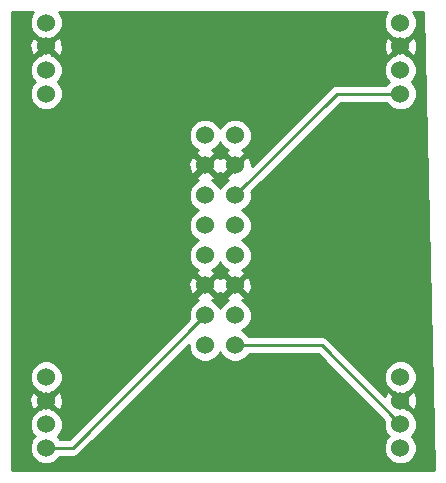
<source format=gbr>
G04 #@! TF.FileFunction,Copper,L2,Bot,Signal*
%FSLAX46Y46*%
G04 Gerber Fmt 4.6, Leading zero omitted, Abs format (unit mm)*
G04 Created by KiCad (PCBNEW 4.0.1-3.201512221402+6198~38~ubuntu15.04.1-stable) date Mon 11 Jan 2016 14:02:37 CET*
%MOMM*%
G01*
G04 APERTURE LIST*
%ADD10C,0.100000*%
%ADD11C,1.524000*%
%ADD12C,0.250000*%
%ADD13C,0.254000*%
G04 APERTURE END LIST*
D10*
D11*
X88000000Y-78000000D03*
X88000000Y-80000000D03*
X88000000Y-82000000D03*
X88000000Y-84000000D03*
X88000000Y-108000000D03*
X88000000Y-110000000D03*
X88000000Y-112000000D03*
X88000000Y-114000000D03*
X118000000Y-78000000D03*
X118000000Y-80000000D03*
X118000000Y-82000000D03*
X118000000Y-84000000D03*
X118000000Y-108000000D03*
X118000000Y-110000000D03*
X118000000Y-112000000D03*
X118000000Y-114000000D03*
X101460000Y-87540000D03*
X104000000Y-87540000D03*
X101460000Y-90080000D03*
X104000000Y-90080000D03*
X101460000Y-92620000D03*
X104000000Y-92620000D03*
X101460000Y-95160000D03*
X104000000Y-95160000D03*
X101460000Y-97700000D03*
X104000000Y-97700000D03*
X101460000Y-100240000D03*
X104000000Y-100240000D03*
X101460000Y-102780000D03*
X104000000Y-102780000D03*
X101460000Y-105320000D03*
X104000000Y-105320000D03*
D12*
X88000000Y-114000000D02*
X90240000Y-114000000D01*
X90240000Y-114000000D02*
X101460000Y-102780000D01*
X118000000Y-84000000D02*
X112620000Y-84000000D01*
X112620000Y-84000000D02*
X104000000Y-92620000D01*
X104000000Y-105320000D02*
X111320000Y-105320000D01*
X111320000Y-105320000D02*
X118000000Y-112000000D01*
D13*
G36*
X120869702Y-115873000D02*
X119409144Y-115873000D01*
X119409144Y-110207698D01*
X119409144Y-80207698D01*
X119381362Y-79652632D01*
X119222397Y-79268857D01*
X118980213Y-79199392D01*
X118179605Y-80000000D01*
X118980213Y-80800608D01*
X119222397Y-80731143D01*
X119409144Y-80207698D01*
X119409144Y-110207698D01*
X119397242Y-109969903D01*
X119397242Y-107723339D01*
X119397242Y-83723339D01*
X119185010Y-83209697D01*
X118975657Y-82999978D01*
X119183629Y-82792370D01*
X119396757Y-82279100D01*
X119397242Y-81723339D01*
X119185010Y-81209697D01*
X118792370Y-80816371D01*
X118526273Y-80705878D01*
X118000000Y-80179605D01*
X117820395Y-80359209D01*
X117820395Y-80000000D01*
X117019787Y-79199392D01*
X116777603Y-79268857D01*
X116590856Y-79792302D01*
X116618638Y-80347368D01*
X116777603Y-80731143D01*
X117019787Y-80800608D01*
X117820395Y-80000000D01*
X117820395Y-80359209D01*
X117473697Y-80705907D01*
X117209697Y-80814990D01*
X116816371Y-81207630D01*
X116603243Y-81720900D01*
X116602758Y-82276661D01*
X116814990Y-82790303D01*
X117024342Y-83000021D01*
X116816371Y-83207630D01*
X116802929Y-83240000D01*
X112620000Y-83240000D01*
X112329161Y-83297852D01*
X112082599Y-83462599D01*
X105401915Y-90143282D01*
X105397242Y-90049915D01*
X105397242Y-87263339D01*
X105185010Y-86749697D01*
X104792370Y-86356371D01*
X104279100Y-86143243D01*
X103723339Y-86142758D01*
X103209697Y-86354990D01*
X102816371Y-86747630D01*
X102730050Y-86955512D01*
X102645010Y-86749697D01*
X102252370Y-86356371D01*
X101739100Y-86143243D01*
X101183339Y-86142758D01*
X100669697Y-86354990D01*
X100276371Y-86747630D01*
X100063243Y-87260900D01*
X100062758Y-87816661D01*
X100274990Y-88330303D01*
X100667630Y-88723629D01*
X100859727Y-88803394D01*
X100728857Y-88857603D01*
X100659392Y-89099787D01*
X101460000Y-89900395D01*
X102260608Y-89099787D01*
X102191143Y-88857603D01*
X102050682Y-88807491D01*
X102250303Y-88725010D01*
X102643629Y-88332370D01*
X102729949Y-88124487D01*
X102814990Y-88330303D01*
X103207630Y-88723629D01*
X103399727Y-88803394D01*
X103268857Y-88857603D01*
X103199392Y-89099787D01*
X104000000Y-89900395D01*
X104800608Y-89099787D01*
X104731143Y-88857603D01*
X104590682Y-88807491D01*
X104790303Y-88725010D01*
X105183629Y-88332370D01*
X105396757Y-87819100D01*
X105397242Y-87263339D01*
X105397242Y-90049915D01*
X105381362Y-89732632D01*
X105222397Y-89348857D01*
X104980213Y-89279392D01*
X104179605Y-90080000D01*
X104193747Y-90094142D01*
X104014142Y-90273747D01*
X104000000Y-90259605D01*
X103820395Y-90439210D01*
X103820395Y-90080000D01*
X103019787Y-89279392D01*
X102777603Y-89348857D01*
X102733547Y-89472344D01*
X102682397Y-89348857D01*
X102440213Y-89279392D01*
X101639605Y-90080000D01*
X102440213Y-90880608D01*
X102682397Y-90811143D01*
X102726452Y-90687655D01*
X102777603Y-90811143D01*
X103019787Y-90880608D01*
X103820395Y-90080000D01*
X103820395Y-90439210D01*
X103199392Y-91060213D01*
X103268857Y-91302397D01*
X103409317Y-91352508D01*
X103209697Y-91434990D01*
X102816371Y-91827630D01*
X102730050Y-92035512D01*
X102645010Y-91829697D01*
X102252370Y-91436371D01*
X102060272Y-91356605D01*
X102191143Y-91302397D01*
X102260608Y-91060213D01*
X101460000Y-90259605D01*
X101280395Y-90439210D01*
X101280395Y-90080000D01*
X100479787Y-89279392D01*
X100237603Y-89348857D01*
X100050856Y-89872302D01*
X100078638Y-90427368D01*
X100237603Y-90811143D01*
X100479787Y-90880608D01*
X101280395Y-90080000D01*
X101280395Y-90439210D01*
X100659392Y-91060213D01*
X100728857Y-91302397D01*
X100869317Y-91352508D01*
X100669697Y-91434990D01*
X100276371Y-91827630D01*
X100063243Y-92340900D01*
X100062758Y-92896661D01*
X100274990Y-93410303D01*
X100667630Y-93803629D01*
X100875512Y-93889949D01*
X100669697Y-93974990D01*
X100276371Y-94367630D01*
X100063243Y-94880900D01*
X100062758Y-95436661D01*
X100274990Y-95950303D01*
X100667630Y-96343629D01*
X100875512Y-96429949D01*
X100669697Y-96514990D01*
X100276371Y-96907630D01*
X100063243Y-97420900D01*
X100062758Y-97976661D01*
X100274990Y-98490303D01*
X100667630Y-98883629D01*
X100859727Y-98963394D01*
X100728857Y-99017603D01*
X100659392Y-99259787D01*
X101460000Y-100060395D01*
X102260608Y-99259787D01*
X102191143Y-99017603D01*
X102050682Y-98967491D01*
X102250303Y-98885010D01*
X102643629Y-98492370D01*
X102729949Y-98284487D01*
X102814990Y-98490303D01*
X103207630Y-98883629D01*
X103399727Y-98963394D01*
X103268857Y-99017603D01*
X103199392Y-99259787D01*
X104000000Y-100060395D01*
X104800608Y-99259787D01*
X104731143Y-99017603D01*
X104590682Y-98967491D01*
X104790303Y-98885010D01*
X105183629Y-98492370D01*
X105396757Y-97979100D01*
X105397242Y-97423339D01*
X105185010Y-96909697D01*
X104792370Y-96516371D01*
X104584487Y-96430050D01*
X104790303Y-96345010D01*
X105183629Y-95952370D01*
X105396757Y-95439100D01*
X105397242Y-94883339D01*
X105185010Y-94369697D01*
X104792370Y-93976371D01*
X104584487Y-93890050D01*
X104790303Y-93805010D01*
X105183629Y-93412370D01*
X105396757Y-92899100D01*
X105397242Y-92343339D01*
X105383857Y-92310944D01*
X112934802Y-84760000D01*
X116802469Y-84760000D01*
X116814990Y-84790303D01*
X117207630Y-85183629D01*
X117720900Y-85396757D01*
X118276661Y-85397242D01*
X118790303Y-85185010D01*
X119183629Y-84792370D01*
X119396757Y-84279100D01*
X119397242Y-83723339D01*
X119397242Y-107723339D01*
X119185010Y-107209697D01*
X118792370Y-106816371D01*
X118279100Y-106603243D01*
X117723339Y-106602758D01*
X117209697Y-106814990D01*
X116816371Y-107207630D01*
X116603243Y-107720900D01*
X116602758Y-108276661D01*
X116814990Y-108790303D01*
X117207630Y-109183629D01*
X117473726Y-109294121D01*
X118000000Y-109820395D01*
X118526302Y-109294092D01*
X118790303Y-109185010D01*
X119183629Y-108792370D01*
X119396757Y-108279100D01*
X119397242Y-107723339D01*
X119397242Y-109969903D01*
X119381362Y-109652632D01*
X119222397Y-109268857D01*
X118980213Y-109199392D01*
X118179605Y-110000000D01*
X118980213Y-110800608D01*
X119222397Y-110731143D01*
X119409144Y-110207698D01*
X119409144Y-115873000D01*
X119397242Y-115873000D01*
X119397242Y-113723339D01*
X119185010Y-113209697D01*
X118975657Y-112999978D01*
X119183629Y-112792370D01*
X119396757Y-112279100D01*
X119397242Y-111723339D01*
X119185010Y-111209697D01*
X118792370Y-110816371D01*
X118526273Y-110705878D01*
X118000000Y-110179605D01*
X117985857Y-110193747D01*
X117806252Y-110014142D01*
X117820395Y-110000000D01*
X117019787Y-109199392D01*
X116777603Y-109268857D01*
X116663496Y-109588694D01*
X111857401Y-104782599D01*
X111610839Y-104617852D01*
X111320000Y-104560000D01*
X105409144Y-104560000D01*
X105409144Y-100447698D01*
X105381362Y-99892632D01*
X105222397Y-99508857D01*
X104980213Y-99439392D01*
X104179605Y-100240000D01*
X104980213Y-101040608D01*
X105222397Y-100971143D01*
X105409144Y-100447698D01*
X105409144Y-104560000D01*
X105197530Y-104560000D01*
X105185010Y-104529697D01*
X104792370Y-104136371D01*
X104584487Y-104050050D01*
X104790303Y-103965010D01*
X105183629Y-103572370D01*
X105396757Y-103059100D01*
X105397242Y-102503339D01*
X105185010Y-101989697D01*
X104792370Y-101596371D01*
X104600272Y-101516605D01*
X104731143Y-101462397D01*
X104800608Y-101220213D01*
X104000000Y-100419605D01*
X103820395Y-100599210D01*
X103820395Y-100240000D01*
X103019787Y-99439392D01*
X102777603Y-99508857D01*
X102733547Y-99632344D01*
X102682397Y-99508857D01*
X102440213Y-99439392D01*
X101639605Y-100240000D01*
X102440213Y-101040608D01*
X102682397Y-100971143D01*
X102726452Y-100847655D01*
X102777603Y-100971143D01*
X103019787Y-101040608D01*
X103820395Y-100240000D01*
X103820395Y-100599210D01*
X103199392Y-101220213D01*
X103268857Y-101462397D01*
X103409317Y-101512508D01*
X103209697Y-101594990D01*
X102816371Y-101987630D01*
X102730050Y-102195512D01*
X102645010Y-101989697D01*
X102252370Y-101596371D01*
X102060272Y-101516605D01*
X102191143Y-101462397D01*
X102260608Y-101220213D01*
X101460000Y-100419605D01*
X101280395Y-100599210D01*
X101280395Y-100240000D01*
X100479787Y-99439392D01*
X100237603Y-99508857D01*
X100050856Y-100032302D01*
X100078638Y-100587368D01*
X100237603Y-100971143D01*
X100479787Y-101040608D01*
X101280395Y-100240000D01*
X101280395Y-100599210D01*
X100659392Y-101220213D01*
X100728857Y-101462397D01*
X100869317Y-101512508D01*
X100669697Y-101594990D01*
X100276371Y-101987630D01*
X100063243Y-102500900D01*
X100062758Y-103056661D01*
X100076142Y-103089055D01*
X89925198Y-113240000D01*
X89409144Y-113240000D01*
X89409144Y-110207698D01*
X89409144Y-80207698D01*
X89381362Y-79652632D01*
X89222397Y-79268857D01*
X88980213Y-79199392D01*
X88179605Y-80000000D01*
X88980213Y-80800608D01*
X89222397Y-80731143D01*
X89409144Y-80207698D01*
X89409144Y-110207698D01*
X89397242Y-109969903D01*
X89397242Y-107723339D01*
X89397242Y-83723339D01*
X89185010Y-83209697D01*
X88975657Y-82999978D01*
X89183629Y-82792370D01*
X89396757Y-82279100D01*
X89397242Y-81723339D01*
X89185010Y-81209697D01*
X88792370Y-80816371D01*
X88526273Y-80705878D01*
X88000000Y-80179605D01*
X87820395Y-80359209D01*
X87820395Y-80000000D01*
X87019787Y-79199392D01*
X86777603Y-79268857D01*
X86590856Y-79792302D01*
X86618638Y-80347368D01*
X86777603Y-80731143D01*
X87019787Y-80800608D01*
X87820395Y-80000000D01*
X87820395Y-80359209D01*
X87473697Y-80705907D01*
X87209697Y-80814990D01*
X86816371Y-81207630D01*
X86603243Y-81720900D01*
X86602758Y-82276661D01*
X86814990Y-82790303D01*
X87024342Y-83000021D01*
X86816371Y-83207630D01*
X86603243Y-83720900D01*
X86602758Y-84276661D01*
X86814990Y-84790303D01*
X87207630Y-85183629D01*
X87720900Y-85396757D01*
X88276661Y-85397242D01*
X88790303Y-85185010D01*
X89183629Y-84792370D01*
X89396757Y-84279100D01*
X89397242Y-83723339D01*
X89397242Y-107723339D01*
X89185010Y-107209697D01*
X88792370Y-106816371D01*
X88279100Y-106603243D01*
X87723339Y-106602758D01*
X87209697Y-106814990D01*
X86816371Y-107207630D01*
X86603243Y-107720900D01*
X86602758Y-108276661D01*
X86814990Y-108790303D01*
X87207630Y-109183629D01*
X87473726Y-109294121D01*
X88000000Y-109820395D01*
X88526302Y-109294092D01*
X88790303Y-109185010D01*
X89183629Y-108792370D01*
X89396757Y-108279100D01*
X89397242Y-107723339D01*
X89397242Y-109969903D01*
X89381362Y-109652632D01*
X89222397Y-109268857D01*
X88980213Y-109199392D01*
X88179605Y-110000000D01*
X88980213Y-110800608D01*
X89222397Y-110731143D01*
X89409144Y-110207698D01*
X89409144Y-113240000D01*
X89197530Y-113240000D01*
X89185010Y-113209697D01*
X88975657Y-112999978D01*
X89183629Y-112792370D01*
X89396757Y-112279100D01*
X89397242Y-111723339D01*
X89185010Y-111209697D01*
X88792370Y-110816371D01*
X88526273Y-110705878D01*
X88000000Y-110179605D01*
X87820395Y-110359209D01*
X87820395Y-110000000D01*
X87019787Y-109199392D01*
X86777603Y-109268857D01*
X86590856Y-109792302D01*
X86618638Y-110347368D01*
X86777603Y-110731143D01*
X87019787Y-110800608D01*
X87820395Y-110000000D01*
X87820395Y-110359209D01*
X87473697Y-110705907D01*
X87209697Y-110814990D01*
X86816371Y-111207630D01*
X86603243Y-111720900D01*
X86602758Y-112276661D01*
X86814990Y-112790303D01*
X87024342Y-113000021D01*
X86816371Y-113207630D01*
X86603243Y-113720900D01*
X86602758Y-114276661D01*
X86814990Y-114790303D01*
X87207630Y-115183629D01*
X87720900Y-115396757D01*
X88276661Y-115397242D01*
X88790303Y-115185010D01*
X89183629Y-114792370D01*
X89197070Y-114760000D01*
X90240000Y-114760000D01*
X90530839Y-114702148D01*
X90777401Y-114537401D01*
X100063059Y-105251742D01*
X100062758Y-105596661D01*
X100274990Y-106110303D01*
X100667630Y-106503629D01*
X101180900Y-106716757D01*
X101736661Y-106717242D01*
X102250303Y-106505010D01*
X102643629Y-106112370D01*
X102729949Y-105904487D01*
X102814990Y-106110303D01*
X103207630Y-106503629D01*
X103720900Y-106716757D01*
X104276661Y-106717242D01*
X104790303Y-106505010D01*
X105183629Y-106112370D01*
X105197070Y-106080000D01*
X111005198Y-106080000D01*
X116615816Y-111690618D01*
X116603243Y-111720900D01*
X116602758Y-112276661D01*
X116814990Y-112790303D01*
X117024342Y-113000021D01*
X116816371Y-113207630D01*
X116603243Y-113720900D01*
X116602758Y-114276661D01*
X116814990Y-114790303D01*
X117207630Y-115183629D01*
X117720900Y-115396757D01*
X118276661Y-115397242D01*
X118790303Y-115185010D01*
X119183629Y-114792370D01*
X119396757Y-114279100D01*
X119397242Y-113723339D01*
X119397242Y-115873000D01*
X85127000Y-115873000D01*
X85127000Y-77127000D01*
X86897141Y-77127000D01*
X86816371Y-77207630D01*
X86603243Y-77720900D01*
X86602758Y-78276661D01*
X86814990Y-78790303D01*
X87207630Y-79183629D01*
X87473726Y-79294121D01*
X88000000Y-79820395D01*
X88526302Y-79294092D01*
X88790303Y-79185010D01*
X89183629Y-78792370D01*
X89396757Y-78279100D01*
X89397242Y-77723339D01*
X89185010Y-77209697D01*
X89102457Y-77127000D01*
X116897141Y-77127000D01*
X116816371Y-77207630D01*
X116603243Y-77720900D01*
X116602758Y-78276661D01*
X116814990Y-78790303D01*
X117207630Y-79183629D01*
X117473726Y-79294121D01*
X118000000Y-79820395D01*
X118526302Y-79294092D01*
X118790303Y-79185010D01*
X119183629Y-78792370D01*
X119396757Y-78279100D01*
X119397242Y-77723339D01*
X119185010Y-77209697D01*
X119102457Y-77127000D01*
X119876215Y-77127000D01*
X120869702Y-115873000D01*
X120869702Y-115873000D01*
G37*
X120869702Y-115873000D02*
X119409144Y-115873000D01*
X119409144Y-110207698D01*
X119409144Y-80207698D01*
X119381362Y-79652632D01*
X119222397Y-79268857D01*
X118980213Y-79199392D01*
X118179605Y-80000000D01*
X118980213Y-80800608D01*
X119222397Y-80731143D01*
X119409144Y-80207698D01*
X119409144Y-110207698D01*
X119397242Y-109969903D01*
X119397242Y-107723339D01*
X119397242Y-83723339D01*
X119185010Y-83209697D01*
X118975657Y-82999978D01*
X119183629Y-82792370D01*
X119396757Y-82279100D01*
X119397242Y-81723339D01*
X119185010Y-81209697D01*
X118792370Y-80816371D01*
X118526273Y-80705878D01*
X118000000Y-80179605D01*
X117820395Y-80359209D01*
X117820395Y-80000000D01*
X117019787Y-79199392D01*
X116777603Y-79268857D01*
X116590856Y-79792302D01*
X116618638Y-80347368D01*
X116777603Y-80731143D01*
X117019787Y-80800608D01*
X117820395Y-80000000D01*
X117820395Y-80359209D01*
X117473697Y-80705907D01*
X117209697Y-80814990D01*
X116816371Y-81207630D01*
X116603243Y-81720900D01*
X116602758Y-82276661D01*
X116814990Y-82790303D01*
X117024342Y-83000021D01*
X116816371Y-83207630D01*
X116802929Y-83240000D01*
X112620000Y-83240000D01*
X112329161Y-83297852D01*
X112082599Y-83462599D01*
X105401915Y-90143282D01*
X105397242Y-90049915D01*
X105397242Y-87263339D01*
X105185010Y-86749697D01*
X104792370Y-86356371D01*
X104279100Y-86143243D01*
X103723339Y-86142758D01*
X103209697Y-86354990D01*
X102816371Y-86747630D01*
X102730050Y-86955512D01*
X102645010Y-86749697D01*
X102252370Y-86356371D01*
X101739100Y-86143243D01*
X101183339Y-86142758D01*
X100669697Y-86354990D01*
X100276371Y-86747630D01*
X100063243Y-87260900D01*
X100062758Y-87816661D01*
X100274990Y-88330303D01*
X100667630Y-88723629D01*
X100859727Y-88803394D01*
X100728857Y-88857603D01*
X100659392Y-89099787D01*
X101460000Y-89900395D01*
X102260608Y-89099787D01*
X102191143Y-88857603D01*
X102050682Y-88807491D01*
X102250303Y-88725010D01*
X102643629Y-88332370D01*
X102729949Y-88124487D01*
X102814990Y-88330303D01*
X103207630Y-88723629D01*
X103399727Y-88803394D01*
X103268857Y-88857603D01*
X103199392Y-89099787D01*
X104000000Y-89900395D01*
X104800608Y-89099787D01*
X104731143Y-88857603D01*
X104590682Y-88807491D01*
X104790303Y-88725010D01*
X105183629Y-88332370D01*
X105396757Y-87819100D01*
X105397242Y-87263339D01*
X105397242Y-90049915D01*
X105381362Y-89732632D01*
X105222397Y-89348857D01*
X104980213Y-89279392D01*
X104179605Y-90080000D01*
X104193747Y-90094142D01*
X104014142Y-90273747D01*
X104000000Y-90259605D01*
X103820395Y-90439210D01*
X103820395Y-90080000D01*
X103019787Y-89279392D01*
X102777603Y-89348857D01*
X102733547Y-89472344D01*
X102682397Y-89348857D01*
X102440213Y-89279392D01*
X101639605Y-90080000D01*
X102440213Y-90880608D01*
X102682397Y-90811143D01*
X102726452Y-90687655D01*
X102777603Y-90811143D01*
X103019787Y-90880608D01*
X103820395Y-90080000D01*
X103820395Y-90439210D01*
X103199392Y-91060213D01*
X103268857Y-91302397D01*
X103409317Y-91352508D01*
X103209697Y-91434990D01*
X102816371Y-91827630D01*
X102730050Y-92035512D01*
X102645010Y-91829697D01*
X102252370Y-91436371D01*
X102060272Y-91356605D01*
X102191143Y-91302397D01*
X102260608Y-91060213D01*
X101460000Y-90259605D01*
X101280395Y-90439210D01*
X101280395Y-90080000D01*
X100479787Y-89279392D01*
X100237603Y-89348857D01*
X100050856Y-89872302D01*
X100078638Y-90427368D01*
X100237603Y-90811143D01*
X100479787Y-90880608D01*
X101280395Y-90080000D01*
X101280395Y-90439210D01*
X100659392Y-91060213D01*
X100728857Y-91302397D01*
X100869317Y-91352508D01*
X100669697Y-91434990D01*
X100276371Y-91827630D01*
X100063243Y-92340900D01*
X100062758Y-92896661D01*
X100274990Y-93410303D01*
X100667630Y-93803629D01*
X100875512Y-93889949D01*
X100669697Y-93974990D01*
X100276371Y-94367630D01*
X100063243Y-94880900D01*
X100062758Y-95436661D01*
X100274990Y-95950303D01*
X100667630Y-96343629D01*
X100875512Y-96429949D01*
X100669697Y-96514990D01*
X100276371Y-96907630D01*
X100063243Y-97420900D01*
X100062758Y-97976661D01*
X100274990Y-98490303D01*
X100667630Y-98883629D01*
X100859727Y-98963394D01*
X100728857Y-99017603D01*
X100659392Y-99259787D01*
X101460000Y-100060395D01*
X102260608Y-99259787D01*
X102191143Y-99017603D01*
X102050682Y-98967491D01*
X102250303Y-98885010D01*
X102643629Y-98492370D01*
X102729949Y-98284487D01*
X102814990Y-98490303D01*
X103207630Y-98883629D01*
X103399727Y-98963394D01*
X103268857Y-99017603D01*
X103199392Y-99259787D01*
X104000000Y-100060395D01*
X104800608Y-99259787D01*
X104731143Y-99017603D01*
X104590682Y-98967491D01*
X104790303Y-98885010D01*
X105183629Y-98492370D01*
X105396757Y-97979100D01*
X105397242Y-97423339D01*
X105185010Y-96909697D01*
X104792370Y-96516371D01*
X104584487Y-96430050D01*
X104790303Y-96345010D01*
X105183629Y-95952370D01*
X105396757Y-95439100D01*
X105397242Y-94883339D01*
X105185010Y-94369697D01*
X104792370Y-93976371D01*
X104584487Y-93890050D01*
X104790303Y-93805010D01*
X105183629Y-93412370D01*
X105396757Y-92899100D01*
X105397242Y-92343339D01*
X105383857Y-92310944D01*
X112934802Y-84760000D01*
X116802469Y-84760000D01*
X116814990Y-84790303D01*
X117207630Y-85183629D01*
X117720900Y-85396757D01*
X118276661Y-85397242D01*
X118790303Y-85185010D01*
X119183629Y-84792370D01*
X119396757Y-84279100D01*
X119397242Y-83723339D01*
X119397242Y-107723339D01*
X119185010Y-107209697D01*
X118792370Y-106816371D01*
X118279100Y-106603243D01*
X117723339Y-106602758D01*
X117209697Y-106814990D01*
X116816371Y-107207630D01*
X116603243Y-107720900D01*
X116602758Y-108276661D01*
X116814990Y-108790303D01*
X117207630Y-109183629D01*
X117473726Y-109294121D01*
X118000000Y-109820395D01*
X118526302Y-109294092D01*
X118790303Y-109185010D01*
X119183629Y-108792370D01*
X119396757Y-108279100D01*
X119397242Y-107723339D01*
X119397242Y-109969903D01*
X119381362Y-109652632D01*
X119222397Y-109268857D01*
X118980213Y-109199392D01*
X118179605Y-110000000D01*
X118980213Y-110800608D01*
X119222397Y-110731143D01*
X119409144Y-110207698D01*
X119409144Y-115873000D01*
X119397242Y-115873000D01*
X119397242Y-113723339D01*
X119185010Y-113209697D01*
X118975657Y-112999978D01*
X119183629Y-112792370D01*
X119396757Y-112279100D01*
X119397242Y-111723339D01*
X119185010Y-111209697D01*
X118792370Y-110816371D01*
X118526273Y-110705878D01*
X118000000Y-110179605D01*
X117985857Y-110193747D01*
X117806252Y-110014142D01*
X117820395Y-110000000D01*
X117019787Y-109199392D01*
X116777603Y-109268857D01*
X116663496Y-109588694D01*
X111857401Y-104782599D01*
X111610839Y-104617852D01*
X111320000Y-104560000D01*
X105409144Y-104560000D01*
X105409144Y-100447698D01*
X105381362Y-99892632D01*
X105222397Y-99508857D01*
X104980213Y-99439392D01*
X104179605Y-100240000D01*
X104980213Y-101040608D01*
X105222397Y-100971143D01*
X105409144Y-100447698D01*
X105409144Y-104560000D01*
X105197530Y-104560000D01*
X105185010Y-104529697D01*
X104792370Y-104136371D01*
X104584487Y-104050050D01*
X104790303Y-103965010D01*
X105183629Y-103572370D01*
X105396757Y-103059100D01*
X105397242Y-102503339D01*
X105185010Y-101989697D01*
X104792370Y-101596371D01*
X104600272Y-101516605D01*
X104731143Y-101462397D01*
X104800608Y-101220213D01*
X104000000Y-100419605D01*
X103820395Y-100599210D01*
X103820395Y-100240000D01*
X103019787Y-99439392D01*
X102777603Y-99508857D01*
X102733547Y-99632344D01*
X102682397Y-99508857D01*
X102440213Y-99439392D01*
X101639605Y-100240000D01*
X102440213Y-101040608D01*
X102682397Y-100971143D01*
X102726452Y-100847655D01*
X102777603Y-100971143D01*
X103019787Y-101040608D01*
X103820395Y-100240000D01*
X103820395Y-100599210D01*
X103199392Y-101220213D01*
X103268857Y-101462397D01*
X103409317Y-101512508D01*
X103209697Y-101594990D01*
X102816371Y-101987630D01*
X102730050Y-102195512D01*
X102645010Y-101989697D01*
X102252370Y-101596371D01*
X102060272Y-101516605D01*
X102191143Y-101462397D01*
X102260608Y-101220213D01*
X101460000Y-100419605D01*
X101280395Y-100599210D01*
X101280395Y-100240000D01*
X100479787Y-99439392D01*
X100237603Y-99508857D01*
X100050856Y-100032302D01*
X100078638Y-100587368D01*
X100237603Y-100971143D01*
X100479787Y-101040608D01*
X101280395Y-100240000D01*
X101280395Y-100599210D01*
X100659392Y-101220213D01*
X100728857Y-101462397D01*
X100869317Y-101512508D01*
X100669697Y-101594990D01*
X100276371Y-101987630D01*
X100063243Y-102500900D01*
X100062758Y-103056661D01*
X100076142Y-103089055D01*
X89925198Y-113240000D01*
X89409144Y-113240000D01*
X89409144Y-110207698D01*
X89409144Y-80207698D01*
X89381362Y-79652632D01*
X89222397Y-79268857D01*
X88980213Y-79199392D01*
X88179605Y-80000000D01*
X88980213Y-80800608D01*
X89222397Y-80731143D01*
X89409144Y-80207698D01*
X89409144Y-110207698D01*
X89397242Y-109969903D01*
X89397242Y-107723339D01*
X89397242Y-83723339D01*
X89185010Y-83209697D01*
X88975657Y-82999978D01*
X89183629Y-82792370D01*
X89396757Y-82279100D01*
X89397242Y-81723339D01*
X89185010Y-81209697D01*
X88792370Y-80816371D01*
X88526273Y-80705878D01*
X88000000Y-80179605D01*
X87820395Y-80359209D01*
X87820395Y-80000000D01*
X87019787Y-79199392D01*
X86777603Y-79268857D01*
X86590856Y-79792302D01*
X86618638Y-80347368D01*
X86777603Y-80731143D01*
X87019787Y-80800608D01*
X87820395Y-80000000D01*
X87820395Y-80359209D01*
X87473697Y-80705907D01*
X87209697Y-80814990D01*
X86816371Y-81207630D01*
X86603243Y-81720900D01*
X86602758Y-82276661D01*
X86814990Y-82790303D01*
X87024342Y-83000021D01*
X86816371Y-83207630D01*
X86603243Y-83720900D01*
X86602758Y-84276661D01*
X86814990Y-84790303D01*
X87207630Y-85183629D01*
X87720900Y-85396757D01*
X88276661Y-85397242D01*
X88790303Y-85185010D01*
X89183629Y-84792370D01*
X89396757Y-84279100D01*
X89397242Y-83723339D01*
X89397242Y-107723339D01*
X89185010Y-107209697D01*
X88792370Y-106816371D01*
X88279100Y-106603243D01*
X87723339Y-106602758D01*
X87209697Y-106814990D01*
X86816371Y-107207630D01*
X86603243Y-107720900D01*
X86602758Y-108276661D01*
X86814990Y-108790303D01*
X87207630Y-109183629D01*
X87473726Y-109294121D01*
X88000000Y-109820395D01*
X88526302Y-109294092D01*
X88790303Y-109185010D01*
X89183629Y-108792370D01*
X89396757Y-108279100D01*
X89397242Y-107723339D01*
X89397242Y-109969903D01*
X89381362Y-109652632D01*
X89222397Y-109268857D01*
X88980213Y-109199392D01*
X88179605Y-110000000D01*
X88980213Y-110800608D01*
X89222397Y-110731143D01*
X89409144Y-110207698D01*
X89409144Y-113240000D01*
X89197530Y-113240000D01*
X89185010Y-113209697D01*
X88975657Y-112999978D01*
X89183629Y-112792370D01*
X89396757Y-112279100D01*
X89397242Y-111723339D01*
X89185010Y-111209697D01*
X88792370Y-110816371D01*
X88526273Y-110705878D01*
X88000000Y-110179605D01*
X87820395Y-110359209D01*
X87820395Y-110000000D01*
X87019787Y-109199392D01*
X86777603Y-109268857D01*
X86590856Y-109792302D01*
X86618638Y-110347368D01*
X86777603Y-110731143D01*
X87019787Y-110800608D01*
X87820395Y-110000000D01*
X87820395Y-110359209D01*
X87473697Y-110705907D01*
X87209697Y-110814990D01*
X86816371Y-111207630D01*
X86603243Y-111720900D01*
X86602758Y-112276661D01*
X86814990Y-112790303D01*
X87024342Y-113000021D01*
X86816371Y-113207630D01*
X86603243Y-113720900D01*
X86602758Y-114276661D01*
X86814990Y-114790303D01*
X87207630Y-115183629D01*
X87720900Y-115396757D01*
X88276661Y-115397242D01*
X88790303Y-115185010D01*
X89183629Y-114792370D01*
X89197070Y-114760000D01*
X90240000Y-114760000D01*
X90530839Y-114702148D01*
X90777401Y-114537401D01*
X100063059Y-105251742D01*
X100062758Y-105596661D01*
X100274990Y-106110303D01*
X100667630Y-106503629D01*
X101180900Y-106716757D01*
X101736661Y-106717242D01*
X102250303Y-106505010D01*
X102643629Y-106112370D01*
X102729949Y-105904487D01*
X102814990Y-106110303D01*
X103207630Y-106503629D01*
X103720900Y-106716757D01*
X104276661Y-106717242D01*
X104790303Y-106505010D01*
X105183629Y-106112370D01*
X105197070Y-106080000D01*
X111005198Y-106080000D01*
X116615816Y-111690618D01*
X116603243Y-111720900D01*
X116602758Y-112276661D01*
X116814990Y-112790303D01*
X117024342Y-113000021D01*
X116816371Y-113207630D01*
X116603243Y-113720900D01*
X116602758Y-114276661D01*
X116814990Y-114790303D01*
X117207630Y-115183629D01*
X117720900Y-115396757D01*
X118276661Y-115397242D01*
X118790303Y-115185010D01*
X119183629Y-114792370D01*
X119396757Y-114279100D01*
X119397242Y-113723339D01*
X119397242Y-115873000D01*
X85127000Y-115873000D01*
X85127000Y-77127000D01*
X86897141Y-77127000D01*
X86816371Y-77207630D01*
X86603243Y-77720900D01*
X86602758Y-78276661D01*
X86814990Y-78790303D01*
X87207630Y-79183629D01*
X87473726Y-79294121D01*
X88000000Y-79820395D01*
X88526302Y-79294092D01*
X88790303Y-79185010D01*
X89183629Y-78792370D01*
X89396757Y-78279100D01*
X89397242Y-77723339D01*
X89185010Y-77209697D01*
X89102457Y-77127000D01*
X116897141Y-77127000D01*
X116816371Y-77207630D01*
X116603243Y-77720900D01*
X116602758Y-78276661D01*
X116814990Y-78790303D01*
X117207630Y-79183629D01*
X117473726Y-79294121D01*
X118000000Y-79820395D01*
X118526302Y-79294092D01*
X118790303Y-79185010D01*
X119183629Y-78792370D01*
X119396757Y-78279100D01*
X119397242Y-77723339D01*
X119185010Y-77209697D01*
X119102457Y-77127000D01*
X119876215Y-77127000D01*
X120869702Y-115873000D01*
M02*

</source>
